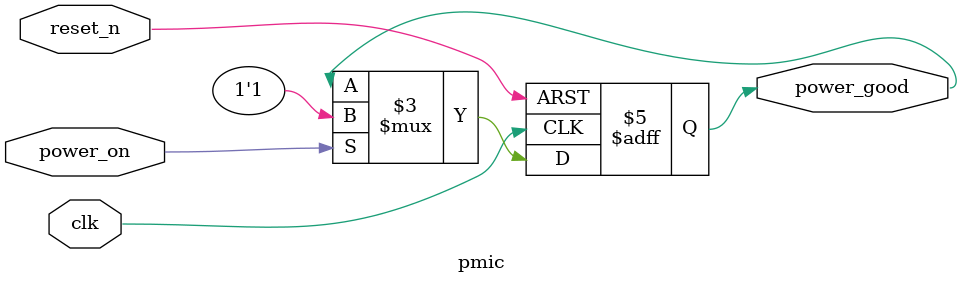
<source format=v>
module pmic (
    input wire clk,
    input wire reset_n,
    input wire power_on,
    output wire power_good
);
    // Placeholder for Power Management IC functionality
    // Example: Voltage regulation and power state management

    always @(posedge clk or negedge reset_n) begin
        if (~reset_n) begin
            power_good <= 1'b0;
        end else if (power_on) begin
            power_good <= 1'b1; // Power is good
        end
    end
endmodule

</source>
